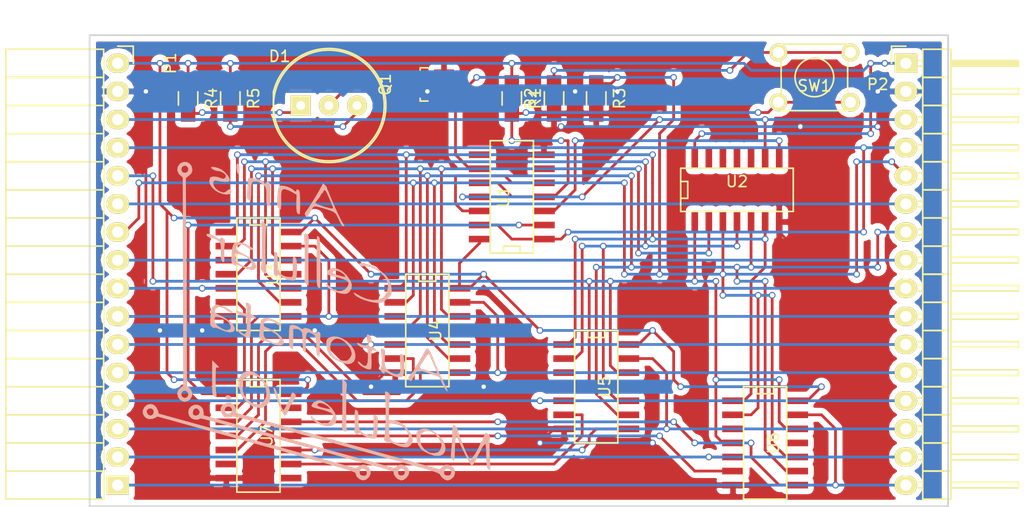
<source format=kicad_pcb>
(kicad_pcb (version 4) (host pcbnew 4.0.1-stable)
  (layers (0 F.Cu signal) (31 B.Cu signal) (34 B.Paste user) (35 F.Paste user) (36 B.SilkS user) (37 F.SilkS user) (38 B.Mask user) (39 F.Mask user) (44 Edge.Cuts user))
  (net 0 "")
  (net 1 "Net-(D1-Pad2)")
  (net 2 "Net-(D1-Pad1)")
  (net 3 +5V)
  (net 4 GND)
  (net 5 /clock)
  (net 6 /reset)
  (net 7 /in_from_left)
  (net 8 /loop_right_to_left)
  (net 9 /loop_left_to_right)
  (net 10 /program0)
  (net 11 /program1)
  (net 12 /program2)
  (net 13 /program3)
  (net 14 /program4)
  (net 15 /program5)
  (net 16 /program6)
  (net 17 /program7)
  (net 18 /in_from_right)
  (net 19 /output)
  (net 20 /set)
  (net 21 "Net-(R2-Pad2)")
  (net 22 /temp_output)
  (net 23 /not_clock)
  (net 24 "Net-(U1-Pad12)")
  (net 25 "Net-(U1-Pad6)")
  (net 26 "Net-(U1-Pad8)")
  (net 27 /not_left)
  (net 28 /not_self)
  (net 29 /not_right)
  (net 30 /and0)
  (net 31 /and1)
  (net 32 /and2)
  (net 33 /and3)
  (net 34 /and4)
  (net 35 /and5)
  (net 36 /and6)
  (net 37 /and7)
  (net 38 "Net-(U7-Pad13)")
  (net 39 "Net-(D1-Pad3)")
  (module by_me:Socket_Strip_Angled_1x16_Rev_Pins (layer F.Cu) (at 72.39 104.14 270)
    (fp_text reference P1 (at 0 -4.75 270) (layer F.SilkS))
    (fp_text value "lhs connectors")
    (pad 16 thru_hole oval (at 0 0 270) (size 1.7272 2.032) (drill 1.016) (layers *.Cu *.Mask F.SilkS) (net 3 +5V))
    (pad 15 thru_hole oval (at 2.54 0 270) (size 1.7272 2.032) (drill 1.016) (layers *.Cu *.Mask F.SilkS) (net 4 GND))
    (pad 14 thru_hole oval (at 5.08 0 270) (size 1.7272 2.032) (drill 1.016) (layers *.Cu *.Mask F.SilkS) (net 5 /clock))
    (pad 13 thru_hole oval (at 7.62 0 270) (size 1.7272 2.032) (drill 1.016) (layers *.Cu *.Mask F.SilkS) (net 6 /reset))
    (pad 12 thru_hole oval (at 10.16 0 270) (size 1.7272 2.032) (drill 1.016) (layers *.Cu *.Mask F.SilkS) (net 7 /in_from_left))
    (pad 11 thru_hole oval (at 12.7 0 270) (size 1.7272 2.032) (drill 1.016) (layers *.Cu *.Mask F.SilkS) (net 8 /loop_right_to_left))
    (pad 10 thru_hole oval (at 15.24 0 270) (size 1.7272 2.032) (drill 1.016) (layers *.Cu *.Mask F.SilkS) (net 19 /output))
    (pad 9 thru_hole oval (at 17.78 0 270) (size 1.7272 2.032) (drill 1.016) (layers *.Cu *.Mask F.SilkS) (net 9 /loop_left_to_right))
    (pad 8 thru_hole oval (at 20.32 0 270) (size 1.7272 2.032) (drill 1.016) (layers *.Cu *.Mask F.SilkS) (net 10 /program0))
    (pad 7 thru_hole oval (at 22.86 0 270) (size 1.7272 2.032) (drill 1.016) (layers *.Cu *.Mask F.SilkS) (net 11 /program1))
    (pad 6 thru_hole oval (at 25.4 0 270) (size 1.7272 2.032) (drill 1.016) (layers *.Cu *.Mask F.SilkS) (net 12 /program2))
    (pad 5 thru_hole oval (at 27.94 0 270) (size 1.7272 2.032) (drill 1.016) (layers *.Cu *.Mask F.SilkS) (net 13 /program3))
    (pad 4 thru_hole oval (at 30.48 0 270) (size 1.7272 2.032) (drill 1.016) (layers *.Cu *.Mask F.SilkS) (net 14 /program4))
    (pad 3 thru_hole oval (at 33.02 0 270) (size 1.7272 2.032) (drill 1.016) (layers *.Cu *.Mask F.SilkS) (net 15 /program5))
    (pad 2 thru_hole oval (at 35.56 0 270) (size 1.7272 2.032) (drill 1.016) (layers *.Cu *.Mask F.SilkS) (net 16 /program6))
    (pad 1 thru_hole rect (at 38.1 0 270) (size 1.7272 2.032) (drill 1.016) (layers *.Cu *.Mask F.SilkS) (net 17 /program7))
  )
  (module Pin_Headers:Pin_Header_Angled_1x16 (layer F.Cu) (at 143.51 104.14)
    (fp_text reference P2 (at -2.54 1.905) (layer F.SilkS))
    (fp_text value "rhs connectors")
    (pad 1 thru_hole rect (at 0 0) (size 2.032 1.7272) (drill 1.016) (layers *.Cu *.Mask F.SilkS) (net 3 +5V))
    (pad 2 thru_hole oval (at 0 2.54) (size 2.032 1.7272) (drill 1.016) (layers *.Cu *.Mask F.SilkS) (net 4 GND))
    (pad 3 thru_hole oval (at 0 5.08) (size 2.032 1.7272) (drill 1.016) (layers *.Cu *.Mask F.SilkS) (net 5 /clock))
    (pad 4 thru_hole oval (at 0 7.62) (size 2.032 1.7272) (drill 1.016) (layers *.Cu *.Mask F.SilkS) (net 6 /reset))
    (pad 5 thru_hole oval (at 0 10.16) (size 2.032 1.7272) (drill 1.016) (layers *.Cu *.Mask F.SilkS) (net 19 /output))
    (pad 6 thru_hole oval (at 0 12.7) (size 2.032 1.7272) (drill 1.016) (layers *.Cu *.Mask F.SilkS) (net 8 /loop_right_to_left))
    (pad 7 thru_hole oval (at 0 15.24) (size 2.032 1.7272) (drill 1.016) (layers *.Cu *.Mask F.SilkS) (net 18 /in_from_right))
    (pad 8 thru_hole oval (at 0 17.78) (size 2.032 1.7272) (drill 1.016) (layers *.Cu *.Mask F.SilkS) (net 9 /loop_left_to_right))
    (pad 9 thru_hole oval (at 0 20.32) (size 2.032 1.7272) (drill 1.016) (layers *.Cu *.Mask F.SilkS) (net 10 /program0))
    (pad 10 thru_hole oval (at 0 22.86) (size 2.032 1.7272) (drill 1.016) (layers *.Cu *.Mask F.SilkS) (net 11 /program1))
    (pad 11 thru_hole oval (at 0 25.4) (size 2.032 1.7272) (drill 1.016) (layers *.Cu *.Mask F.SilkS) (net 12 /program2))
    (pad 12 thru_hole oval (at 0 27.94) (size 2.032 1.7272) (drill 1.016) (layers *.Cu *.Mask F.SilkS) (net 13 /program3))
    (pad 13 thru_hole oval (at 0 30.48) (size 2.032 1.7272) (drill 1.016) (layers *.Cu *.Mask F.SilkS) (net 14 /program4))
    (pad 14 thru_hole oval (at 0 33.02) (size 2.032 1.7272) (drill 1.016) (layers *.Cu *.Mask F.SilkS) (net 15 /program5))
    (pad 15 thru_hole oval (at 0 35.56) (size 2.032 1.7272) (drill 1.016) (layers *.Cu *.Mask F.SilkS) (net 16 /program6))
    (pad 16 thru_hole oval (at 0 38.1) (size 2.032 1.7272) (drill 1.016) (layers *.Cu *.Mask F.SilkS) (net 17 /program7))
  )
  (module TO_SOT_Packages_SMD:SOT-23_Handsoldering (layer F.Cu) (at 100.33 106.045 90)
    (fp_text reference Q1 (at 0 -3.81 90) (layer F.SilkS))
    (fp_text value Q_NMOS_GSD)
    (pad 1 smd rect (at -0.95 1.50114 90) (size 0.8001 1.80086) (layers F.Cu F.Paste F.Mask) (net 19 /output))
    (pad 2 smd rect (at 0.95 1.50114 90) (size 0.8001 1.80086) (layers F.Cu F.Paste F.Mask) (net 4 GND))
    (pad 3 smd rect (at 0 -1.50114 90) (size 0.8001 1.80086) (layers F.Cu F.Paste F.Mask) (net 1 "Net-(D1-Pad2)"))
  )
  (module Resistors_SMD:R_0805_HandSoldering (layer F.Cu) (at 107.95 107.315 270)
    (fp_text reference R1 (at 0 -2.1 270) (layer F.SilkS))
    (fp_text value R)
    (pad 1 smd rect (at -1.35 0 270) (size 1.5 1.3) (layers F.Cu F.Paste F.Mask) (net 3 +5V))
    (pad 2 smd rect (at 1.35 0 270) (size 1.5 1.3) (layers F.Cu F.Paste F.Mask) (net 20 /set))
  )
  (module Resistors_SMD:R_0805_HandSoldering (layer F.Cu) (at 111.76 107.315 90)
    (fp_text reference R2 (at 0 -2.1 90) (layer F.SilkS))
    (fp_text value R)
    (pad 1 smd rect (at -1.35 0 90) (size 1.5 1.3) (layers F.Cu F.Paste F.Mask) (net 4 GND))
    (pad 2 smd rect (at 1.35 0 90) (size 1.5 1.3) (layers F.Cu F.Paste F.Mask) (net 21 "Net-(R2-Pad2)"))
  )
  (module Resistors_SMD:R_0805_HandSoldering (layer F.Cu) (at 115.57 107.315 270)
    (fp_text reference R3 (at 0 -2.1 270) (layer F.SilkS))
    (fp_text value R)
    (pad 1 smd rect (at -1.35 0 270) (size 1.5 1.3) (layers F.Cu F.Paste F.Mask) (net 19 /output))
    (pad 2 smd rect (at 1.35 0 270) (size 1.5 1.3) (layers F.Cu F.Paste F.Mask) (net 4 GND))
  )
  (module Resistors_SMD:R_0805_HandSoldering (layer F.Cu) (at 78.74 107.315 270)
    (fp_text reference R4 (at 0 -2.1 270) (layer F.SilkS))
    (fp_text value R)
    (pad 1 smd rect (at -1.35 0 270) (size 1.5 1.3) (layers F.Cu F.Paste F.Mask) (net 3 +5V))
    (pad 2 smd rect (at 1.35 0 270) (size 1.5 1.3) (layers F.Cu F.Paste F.Mask) (net 2 "Net-(D1-Pad1)"))
  )
  (module by_me:SOIC-14_Hand_Soldering (layer F.Cu) (at 107.95 116.205 90)
    (fp_text reference U1 (at 0 -0.75 90) (layer F.SilkS))
    (fp_text value 74HC74)
    (pad 1 smd rect (at -3.81 2.9 90) (size 0.6 1.95) (layers F.Cu F.Paste F.Mask) (net 6 /reset))
    (pad 2 smd rect (at -2.54 2.9 90) (size 0.6 1.95) (layers F.Cu F.Paste F.Mask) (net 22 /temp_output))
    (pad 3 smd rect (at -1.27 2.9 90) (size 0.6 1.95) (layers F.Cu F.Paste F.Mask) (net 23 /not_clock))
    (pad 4 smd rect (at 0 2.9 90) (size 0.6 1.95) (layers F.Cu F.Paste F.Mask) (net 20 /set))
    (pad 5 smd rect (at 1.27 2.9 90) (size 0.6 1.95) (layers F.Cu F.Paste F.Mask) (net 24 "Net-(U1-Pad12)"))
    (pad 6 smd rect (at 2.54 2.9 90) (size 0.6 1.95) (layers F.Cu F.Paste F.Mask) (net 25 "Net-(U1-Pad6)"))
    (pad 7 smd rect (at 3.81 2.9 90) (size 0.6 1.95) (layers F.Cu F.Paste F.Mask) (net 4 GND))
    (pad 8 smd rect (at 3.81 -2.9 90) (size 0.6 1.95) (layers F.Cu F.Paste F.Mask) (net 26 "Net-(U1-Pad8)"))
    (pad 9 smd rect (at 2.54 -2.9 90) (size 0.6 1.95) (layers F.Cu F.Paste F.Mask) (net 19 /output))
    (pad 11 smd rect (at 0 -2.9 90) (size 0.6 1.95) (layers F.Cu F.Paste F.Mask) (net 5 /clock))
    (pad 12 smd rect (at -1.27 -2.9 90) (size 0.6 1.95) (layers F.Cu F.Paste F.Mask) (net 24 "Net-(U1-Pad12)"))
    (pad 13 smd rect (at -2.54 -2.9 90) (size 0.6 1.95) (layers F.Cu F.Paste F.Mask) (net 6 /reset))
    (pad 14 smd rect (at -3.81 -2.9 90) (size 0.6 1.95) (layers F.Cu F.Paste F.Mask) (net 3 +5V))
    (pad 10 smd rect (at 1.27 -2.9 90) (size 0.6 1.95) (layers F.Cu F.Paste F.Mask) (net 20 /set))
  )
  (module by_me:SOIC-14_Hand_Soldering (layer F.Cu) (at 128.27 115.57)
    (fp_text reference U2 (at 0 -0.75) (layer F.SilkS))
    (fp_text value 4069)
    (pad 1 smd rect (at -3.81 2.9) (size 0.6 1.95) (layers F.Cu F.Paste F.Mask) (net 7 /in_from_left))
    (pad 2 smd rect (at -2.54 2.9) (size 0.6 1.95) (layers F.Cu F.Paste F.Mask) (net 27 /not_left))
    (pad 3 smd rect (at -1.27 2.9) (size 0.6 1.95) (layers F.Cu F.Paste F.Mask) (net 19 /output))
    (pad 4 smd rect (at 0 2.9) (size 0.6 1.95) (layers F.Cu F.Paste F.Mask) (net 28 /not_self))
    (pad 5 smd rect (at 1.27 2.9) (size 0.6 1.95) (layers F.Cu F.Paste F.Mask) (net 18 /in_from_right))
    (pad 6 smd rect (at 2.54 2.9) (size 0.6 1.95) (layers F.Cu F.Paste F.Mask) (net 29 /not_right))
    (pad 7 smd rect (at 3.81 2.9) (size 0.6 1.95) (layers F.Cu F.Paste F.Mask) (net 4 GND))
    (pad 8 smd rect (at 3.81 -2.9) (size 0.6 1.95) (layers F.Cu F.Paste F.Mask) (net 23 /not_clock))
    (pad 9 smd rect (at 2.54 -2.9) (size 0.6 1.95) (layers F.Cu F.Paste F.Mask) (net 5 /clock))
    (pad 11 smd rect (at 0 -2.9) (size 0.6 1.95) (layers F.Cu F.Paste F.Mask))
    (pad 12 smd rect (at -1.27 -2.9) (size 0.6 1.95) (layers F.Cu F.Paste F.Mask))
    (pad 13 smd rect (at -2.54 -2.9) (size 0.6 1.95) (layers F.Cu F.Paste F.Mask))
    (pad 14 smd rect (at -3.81 -2.9) (size 0.6 1.95) (layers F.Cu F.Paste F.Mask) (net 3 +5V))
    (pad 10 smd rect (at 1.27 -2.9) (size 0.6 1.95) (layers F.Cu F.Paste F.Mask))
  )
  (module by_me:SOIC-14_Hand_Soldering (layer F.Cu) (at 85.09 123.19 270)
    (fp_text reference U3 (at 0 -1.27 270) (layer F.SilkS))
    (fp_text value 74LS21)
    (pad 1 smd rect (at -3.81 2.9 270) (size 0.6 1.95) (layers F.Cu F.Paste F.Mask) (net 29 /not_right))
    (pad 2 smd rect (at -2.54 2.9 270) (size 0.6 1.95) (layers F.Cu F.Paste F.Mask) (net 28 /not_self))
    (pad 3 smd rect (at -1.27 2.9 270) (size 0.6 1.95) (layers F.Cu F.Paste F.Mask))
    (pad 4 smd rect (at 0 2.9 270) (size 0.6 1.95) (layers F.Cu F.Paste F.Mask) (net 27 /not_left))
    (pad 5 smd rect (at 1.27 2.9 270) (size 0.6 1.95) (layers F.Cu F.Paste F.Mask) (net 10 /program0))
    (pad 6 smd rect (at 2.54 2.9 270) (size 0.6 1.95) (layers F.Cu F.Paste F.Mask) (net 30 /and0))
    (pad 7 smd rect (at 3.81 2.9 270) (size 0.6 1.95) (layers F.Cu F.Paste F.Mask) (net 4 GND))
    (pad 8 smd rect (at 3.81 -2.9 270) (size 0.6 1.95) (layers F.Cu F.Paste F.Mask) (net 31 /and1))
    (pad 9 smd rect (at 2.54 -2.9 270) (size 0.6 1.95) (layers F.Cu F.Paste F.Mask) (net 18 /in_from_right))
    (pad 11 smd rect (at 0 -2.9 270) (size 0.6 1.95) (layers F.Cu F.Paste F.Mask))
    (pad 12 smd rect (at -1.27 -2.9 270) (size 0.6 1.95) (layers F.Cu F.Paste F.Mask) (net 27 /not_left))
    (pad 13 smd rect (at -2.54 -2.9 270) (size 0.6 1.95) (layers F.Cu F.Paste F.Mask) (net 11 /program1))
    (pad 14 smd rect (at -3.81 -2.9 270) (size 0.6 1.95) (layers F.Cu F.Paste F.Mask) (net 3 +5V))
    (pad 10 smd rect (at 1.27 -2.9 270) (size 0.6 1.95) (layers F.Cu F.Paste F.Mask) (net 28 /not_self))
  )
  (module by_me:SOIC-14_Hand_Soldering (layer F.Cu) (at 100.33 128.27 270)
    (fp_text reference U4 (at 0 -0.75 270) (layer F.SilkS))
    (fp_text value 74LS21)
    (pad 1 smd rect (at -3.81 2.9 270) (size 0.6 1.95) (layers F.Cu F.Paste F.Mask) (net 29 /not_right))
    (pad 2 smd rect (at -2.54 2.9 270) (size 0.6 1.95) (layers F.Cu F.Paste F.Mask) (net 19 /output))
    (pad 3 smd rect (at -1.27 2.9 270) (size 0.6 1.95) (layers F.Cu F.Paste F.Mask))
    (pad 4 smd rect (at 0 2.9 270) (size 0.6 1.95) (layers F.Cu F.Paste F.Mask) (net 27 /not_left))
    (pad 5 smd rect (at 1.27 2.9 270) (size 0.6 1.95) (layers F.Cu F.Paste F.Mask) (net 12 /program2))
    (pad 6 smd rect (at 2.54 2.9 270) (size 0.6 1.95) (layers F.Cu F.Paste F.Mask) (net 32 /and2))
    (pad 7 smd rect (at 3.81 2.9 270) (size 0.6 1.95) (layers F.Cu F.Paste F.Mask) (net 4 GND))
    (pad 8 smd rect (at 3.81 -2.9 270) (size 0.6 1.95) (layers F.Cu F.Paste F.Mask) (net 33 /and3))
    (pad 9 smd rect (at 2.54 -2.9 270) (size 0.6 1.95) (layers F.Cu F.Paste F.Mask) (net 18 /in_from_right))
    (pad 11 smd rect (at 0 -2.9 270) (size 0.6 1.95) (layers F.Cu F.Paste F.Mask))
    (pad 12 smd rect (at -1.27 -2.9 270) (size 0.6 1.95) (layers F.Cu F.Paste F.Mask) (net 27 /not_left))
    (pad 13 smd rect (at -2.54 -2.9 270) (size 0.6 1.95) (layers F.Cu F.Paste F.Mask) (net 13 /program3))
    (pad 14 smd rect (at -3.81 -2.9 270) (size 0.6 1.95) (layers F.Cu F.Paste F.Mask) (net 3 +5V))
    (pad 10 smd rect (at 1.27 -2.9 270) (size 0.6 1.95) (layers F.Cu F.Paste F.Mask) (net 19 /output))
  )
  (module by_me:SOIC-14_Hand_Soldering (layer F.Cu) (at 115.57 133.35 270)
    (fp_text reference U5 (at 0 -0.75 270) (layer F.SilkS))
    (fp_text value 74LS21)
    (pad 1 smd rect (at -3.81 2.9 270) (size 0.6 1.95) (layers F.Cu F.Paste F.Mask) (net 29 /not_right))
    (pad 2 smd rect (at -2.54 2.9 270) (size 0.6 1.95) (layers F.Cu F.Paste F.Mask) (net 28 /not_self))
    (pad 3 smd rect (at -1.27 2.9 270) (size 0.6 1.95) (layers F.Cu F.Paste F.Mask))
    (pad 4 smd rect (at 0 2.9 270) (size 0.6 1.95) (layers F.Cu F.Paste F.Mask) (net 7 /in_from_left))
    (pad 5 smd rect (at 1.27 2.9 270) (size 0.6 1.95) (layers F.Cu F.Paste F.Mask) (net 14 /program4))
    (pad 6 smd rect (at 2.54 2.9 270) (size 0.6 1.95) (layers F.Cu F.Paste F.Mask) (net 34 /and4))
    (pad 7 smd rect (at 3.81 2.9 270) (size 0.6 1.95) (layers F.Cu F.Paste F.Mask) (net 4 GND))
    (pad 8 smd rect (at 3.81 -2.9 270) (size 0.6 1.95) (layers F.Cu F.Paste F.Mask) (net 35 /and5))
    (pad 9 smd rect (at 2.54 -2.9 270) (size 0.6 1.95) (layers F.Cu F.Paste F.Mask) (net 18 /in_from_right))
    (pad 11 smd rect (at 0 -2.9 270) (size 0.6 1.95) (layers F.Cu F.Paste F.Mask))
    (pad 12 smd rect (at -1.27 -2.9 270) (size 0.6 1.95) (layers F.Cu F.Paste F.Mask) (net 7 /in_from_left))
    (pad 13 smd rect (at -2.54 -2.9 270) (size 0.6 1.95) (layers F.Cu F.Paste F.Mask) (net 15 /program5))
    (pad 14 smd rect (at -3.81 -2.9 270) (size 0.6 1.95) (layers F.Cu F.Paste F.Mask) (net 3 +5V))
    (pad 10 smd rect (at 1.27 -2.9 270) (size 0.6 1.95) (layers F.Cu F.Paste F.Mask) (net 28 /not_self))
  )
  (module by_me:SOIC-14_Hand_Soldering (layer F.Cu) (at 130.81 138.43 270)
    (fp_text reference U6 (at 0 -0.75 270) (layer F.SilkS))
    (fp_text value 74LS21)
    (pad 1 smd rect (at -3.81 2.9 270) (size 0.6 1.95) (layers F.Cu F.Paste F.Mask) (net 29 /not_right))
    (pad 2 smd rect (at -2.54 2.9 270) (size 0.6 1.95) (layers F.Cu F.Paste F.Mask) (net 19 /output))
    (pad 3 smd rect (at -1.27 2.9 270) (size 0.6 1.95) (layers F.Cu F.Paste F.Mask))
    (pad 4 smd rect (at 0 2.9 270) (size 0.6 1.95) (layers F.Cu F.Paste F.Mask) (net 7 /in_from_left))
    (pad 5 smd rect (at 1.27 2.9 270) (size 0.6 1.95) (layers F.Cu F.Paste F.Mask) (net 16 /program6))
    (pad 6 smd rect (at 2.54 2.9 270) (size 0.6 1.95) (layers F.Cu F.Paste F.Mask) (net 36 /and6))
    (pad 7 smd rect (at 3.81 2.9 270) (size 0.6 1.95) (layers F.Cu F.Paste F.Mask) (net 4 GND))
    (pad 8 smd rect (at 3.81 -2.9 270) (size 0.6 1.95) (layers F.Cu F.Paste F.Mask) (net 37 /and7))
    (pad 9 smd rect (at 2.54 -2.9 270) (size 0.6 1.95) (layers F.Cu F.Paste F.Mask) (net 18 /in_from_right))
    (pad 11 smd rect (at 0 -2.9 270) (size 0.6 1.95) (layers F.Cu F.Paste F.Mask))
    (pad 12 smd rect (at -1.27 -2.9 270) (size 0.6 1.95) (layers F.Cu F.Paste F.Mask) (net 7 /in_from_left))
    (pad 13 smd rect (at -2.54 -2.9 270) (size 0.6 1.95) (layers F.Cu F.Paste F.Mask) (net 17 /program7))
    (pad 14 smd rect (at -3.81 -2.9 270) (size 0.6 1.95) (layers F.Cu F.Paste F.Mask) (net 3 +5V))
    (pad 10 smd rect (at 1.27 -2.9 270) (size 0.6 1.95) (layers F.Cu F.Paste F.Mask) (net 19 /output))
  )
  (module by_me:SOIC-14_Hand_Soldering (layer F.Cu) (at 85.09 137.795 270)
    (fp_text reference U7 (at 0 -0.75 270) (layer F.SilkS))
    (fp_text value 4078)
    (pad 1 smd rect (at -3.81 2.9 270) (size 0.6 1.95) (layers F.Cu F.Paste F.Mask) (net 22 /temp_output))
    (pad 2 smd rect (at -2.54 2.9 270) (size 0.6 1.95) (layers F.Cu F.Paste F.Mask) (net 30 /and0))
    (pad 3 smd rect (at -1.27 2.9 270) (size 0.6 1.95) (layers F.Cu F.Paste F.Mask) (net 31 /and1))
    (pad 4 smd rect (at 0 2.9 270) (size 0.6 1.95) (layers F.Cu F.Paste F.Mask) (net 32 /and2))
    (pad 5 smd rect (at 1.27 2.9 270) (size 0.6 1.95) (layers F.Cu F.Paste F.Mask) (net 33 /and3))
    (pad 6 smd rect (at 2.54 2.9 270) (size 0.6 1.95) (layers F.Cu F.Paste F.Mask))
    (pad 7 smd rect (at 3.81 2.9 270) (size 0.6 1.95) (layers F.Cu F.Paste F.Mask) (net 4 GND))
    (pad 8 smd rect (at 3.81 -2.9 270) (size 0.6 1.95) (layers F.Cu F.Paste F.Mask))
    (pad 9 smd rect (at 2.54 -2.9 270) (size 0.6 1.95) (layers F.Cu F.Paste F.Mask) (net 34 /and4))
    (pad 11 smd rect (at 0 -2.9 270) (size 0.6 1.95) (layers F.Cu F.Paste F.Mask) (net 36 /and6))
    (pad 12 smd rect (at -1.27 -2.9 270) (size 0.6 1.95) (layers F.Cu F.Paste F.Mask) (net 37 /and7))
    (pad 13 smd rect (at -2.54 -2.9 270) (size 0.6 1.95) (layers F.Cu F.Paste F.Mask) (net 38 "Net-(U7-Pad13)"))
    (pad 14 smd rect (at -3.81 -2.9 270) (size 0.6 1.95) (layers F.Cu F.Paste F.Mask) (net 3 +5V))
    (pad 10 smd rect (at 1.27 -2.9 270) (size 0.6 1.95) (layers F.Cu F.Paste F.Mask) (net 35 /and5))
  )
  (module Resistors_SMD:R_0805_HandSoldering (layer F.Cu) (at 82.55 107.315 270)
    (fp_text reference R5 (at 0 -2.1 270) (layer F.SilkS))
    (fp_text value R)
    (pad 1 smd rect (at -1.35 0 270) (size 1.5 1.3) (layers F.Cu F.Paste F.Mask) (net 3 +5V))
    (pad 2 smd rect (at 1.35 0 270) (size 1.5 1.3) (layers F.Cu F.Paste F.Mask) (net 39 "Net-(D1-Pad3)"))
  )
  (module by_me:6x6_tactile_switch (layer F.Cu) (at 135.255 105.41 180)
    (fp_text reference SW1 (at 0 -0.762 180) (layer F.SilkS))
    (fp_text value SPST)
    (pad 1 thru_hole circle (at 3.25 -2.25 180) (size 1.6 1.6) (drill 1) (layers *.Cu *.Mask F.SilkS) (net 20 /set))
    (pad 2 thru_hole circle (at 3.25 2.25 180) (size 1.6 1.6) (drill 1) (layers *.Cu *.Mask F.SilkS) (net 21 "Net-(R2-Pad2)"))
    (pad 1 thru_hole circle (at -3.25 -2.25 180) (size 1.7 1.7) (drill 1) (layers *.Cu *.Mask F.SilkS) (net 20 /set))
    (pad 2 thru_hole circle (at -3.25 2.25 180) (size 1.6 1.6) (drill 1) (layers *.Cu *.Mask F.SilkS) (net 21 "Net-(R2-Pad2)"))
  )
  (module by_me:LED-10MM-2 (layer F.Cu) (at 90.17 107.95)
    (fp_text reference D1 (at -3.175 -4.445) (layer F.SilkS))
    (fp_text value Led_x2)
    (pad 3 thru_hole circle (at 3.81 0 180) (size 1.8 1.8) (drill 0.8) (layers *.Cu *.Mask F.SilkS) (net 39 "Net-(D1-Pad3)"))
    (pad 2 thru_hole circle (at 1.27 0 180) (size 1.8 1.8) (drill 0.8) (layers *.Cu *.Mask F.SilkS) (net 1 "Net-(D1-Pad2)"))
    (pad 1 thru_hole rect (at -1.27 0 180) (size 1.8 1.8) (drill 0.8) (layers *.Cu *.Mask F.SilkS) (net 2 "Net-(D1-Pad1)"))
  )
  (module graphics:graphic (layer B.Cu) (at 93.345 127 180)
    (fp_text reference G*** hide)
    (fp_text value LOGO hide)
  )
  (gr_line (start 147.32 144.145) (end 147.32 101.6) (angle 90) (layer Edge.Cuts) (width 0.15))
  (gr_line (start 69.85 144.145) (end 147.32 144.145) (angle 90) (layer Edge.Cuts) (width 0.15))
  (gr_line (start 69.85 101.6) (end 69.85 144.145) (angle 90) (layer Edge.Cuts) (width 0.15))
  (gr_line (start 147.32 101.6) (end 69.85 101.6) (angle 90) (layer Edge.Cuts) (width 0.15))
  (segment (start 98.82886 106.045) (end 93.345 106.045) (width 0.25) (layer F.Cu) (net 1))
  (segment (start 93.345 106.045) (end 91.44 107.95) (width 0.25) (layer F.Cu) (net 1))
  (segment (start 91.44 107.95) (end 91.44 108.585) (width 0.25) (layer F.Cu) (net 1))
  (segment (start 78.74 108.665) (end 79.93 108.665) (width 0.25) (layer F.Cu) (net 2))
  (segment (start 86.995 108.585) (end 88.9 108.585) (width 0.25) (layer F.Cu) (net 2))
  (via (at 86.995 108.585) (size 0.6) (drill 0.4) (layers F.Cu B.Cu) (net 2))
  (segment (start 80.01 108.585) (end 86.995 108.585) (width 0.25) (layer B.Cu) (net 2))
  (via (at 80.01 108.585) (size 0.6) (drill 0.4) (layers F.Cu B.Cu) (net 2))
  (segment (start 79.93 108.665) (end 80.01 108.585) (width 0.25) (layer F.Cu) (net 2))
  (segment (start 87.99 133.985) (end 88.9 133.985) (width 0.25) (layer F.Cu) (net 3))
  (segment (start 88.9 133.985) (end 89.535 133.35) (width 0.25) (layer F.Cu) (net 3))
  (segment (start 76.835 132.08) (end 76.835 117.475) (width 0.25) (layer F.Cu) (net 3))
  (segment (start 77.47 132.715) (end 76.835 132.08) (width 0.25) (layer F.Cu) (net 3))
  (via (at 77.47 132.715) (size 0.6) (drill 0.4) (layers F.Cu B.Cu) (net 3))
  (segment (start 89.535 132.715) (end 77.47 132.715) (width 0.25) (layer B.Cu) (net 3))
  (via (at 89.535 132.715) (size 0.6) (drill 0.4) (layers F.Cu B.Cu) (net 3))
  (segment (start 89.535 133.35) (end 89.535 132.715) (width 0.25) (layer F.Cu) (net 3))
  (segment (start 124.46 112.67) (end 124.46 111.125) (width 0.25) (layer F.Cu) (net 3))
  (via (at 140.335 104.14) (size 0.6) (drill 0.4) (layers F.Cu B.Cu) (net 3))
  (segment (start 140.335 110.49) (end 140.335 104.14) (width 0.25) (layer F.Cu) (net 3))
  (via (at 140.335 110.49) (size 0.6) (drill 0.4) (layers F.Cu B.Cu) (net 3))
  (segment (start 125.095 110.49) (end 140.335 110.49) (width 0.25) (layer B.Cu) (net 3))
  (via (at 125.095 110.49) (size 0.6) (drill 0.4) (layers F.Cu B.Cu) (net 3))
  (segment (start 124.46 111.125) (end 125.095 110.49) (width 0.25) (layer F.Cu) (net 3))
  (segment (start 128.905 104.14) (end 129.54 104.775) (width 0.25) (layer B.Cu) (net 3))
  (segment (start 139.7 104.775) (end 140.335 104.14) (width 0.25) (layer B.Cu) (net 3))
  (segment (start 129.54 104.775) (end 139.7 104.775) (width 0.25) (layer B.Cu) (net 3))
  (segment (start 107.95 105.965) (end 107.95 104.14) (width 0.25) (layer F.Cu) (net 3))
  (via (at 107.95 104.14) (size 0.6) (drill 0.4) (layers F.Cu B.Cu) (net 3))
  (segment (start 82.55 105.965) (end 82.55 104.14) (width 0.25) (layer F.Cu) (net 3))
  (via (at 82.55 104.14) (size 0.6) (drill 0.4) (layers F.Cu B.Cu) (net 3))
  (segment (start 78.74 105.965) (end 78.74 104.14) (width 0.25) (layer F.Cu) (net 3))
  (via (at 78.74 104.14) (size 0.6) (drill 0.4) (layers F.Cu B.Cu) (net 3))
  (segment (start 105.05 120.015) (end 105.05 120.375) (width 0.25) (layer F.Cu) (net 3))
  (segment (start 103.23 122.195) (end 103.23 124.46) (width 0.25) (layer F.Cu) (net 3))
  (segment (start 105.05 120.375) (end 103.23 122.195) (width 0.25) (layer F.Cu) (net 3))
  (via (at 141.605 104.14) (size 0.6) (drill 0.4) (layers F.Cu B.Cu) (net 3))
  (segment (start 125.73 133.35) (end 123.19 133.35) (width 0.25) (layer B.Cu) (net 3))
  (segment (start 125.73 133.35) (end 135.89 133.35) (width 0.25) (layer B.Cu) (net 3))
  (via (at 135.89 133.35) (size 0.6) (drill 0.4) (layers F.Cu B.Cu) (net 3))
  (segment (start 134.62 134.62) (end 135.89 133.35) (width 0.25) (layer F.Cu) (net 3))
  (segment (start 122.555 130.175) (end 120.65 128.27) (width 0.25) (layer F.Cu) (net 3))
  (segment (start 122.555 132.715) (end 122.555 130.175) (width 0.25) (layer F.Cu) (net 3))
  (segment (start 123.19 133.35) (end 122.555 132.715) (width 0.25) (layer F.Cu) (net 3))
  (via (at 123.19 133.35) (size 0.6) (drill 0.4) (layers F.Cu B.Cu) (net 3))
  (via (at 110.49 128.27) (size 0.6) (drill 0.4) (layers F.Cu B.Cu) (net 3))
  (segment (start 110.49 128.27) (end 120.65 128.27) (width 0.25) (layer B.Cu) (net 3))
  (via (at 120.65 128.27) (size 0.6) (drill 0.4) (layers F.Cu B.Cu) (net 3))
  (segment (start 105.41 123.19) (end 110.49 128.27) (width 0.25) (layer F.Cu) (net 3))
  (segment (start 90.17 118.11) (end 95.25 123.19) (width 0.25) (layer F.Cu) (net 3))
  (via (at 105.41 123.19) (size 0.6) (drill 0.4) (layers F.Cu B.Cu) (net 3))
  (segment (start 95.25 123.19) (end 105.41 123.19) (width 0.25) (layer B.Cu) (net 3))
  (via (at 95.25 123.19) (size 0.6) (drill 0.4) (layers F.Cu B.Cu) (net 3))
  (via (at 90.17 118.11) (size 0.6) (drill 0.4) (layers F.Cu B.Cu) (net 3))
  (segment (start 133.71 134.62) (end 134.62 134.62) (width 0.25) (layer F.Cu) (net 3))
  (segment (start 118.47 129.54) (end 119.38 129.54) (width 0.25) (layer F.Cu) (net 3))
  (segment (start 119.38 129.54) (end 120.65 128.27) (width 0.25) (layer F.Cu) (net 3))
  (segment (start 103.23 124.46) (end 104.14 124.46) (width 0.25) (layer F.Cu) (net 3))
  (segment (start 104.14 124.46) (end 105.41 123.19) (width 0.25) (layer F.Cu) (net 3))
  (segment (start 87.99 119.38) (end 88.9 119.38) (width 0.25) (layer F.Cu) (net 3))
  (segment (start 88.9 119.38) (end 90.17 118.11) (width 0.25) (layer F.Cu) (net 3))
  (segment (start 143.51 104.14) (end 141.605 104.14) (width 0.25) (layer B.Cu) (net 3))
  (segment (start 141.605 104.14) (end 140.335 104.14) (width 0.25) (layer B.Cu) (net 3))
  (segment (start 128.905 104.14) (end 107.95 104.14) (width 0.25) (layer B.Cu) (net 3))
  (segment (start 107.95 104.14) (end 82.55 104.14) (width 0.25) (layer B.Cu) (net 3))
  (segment (start 82.55 104.14) (end 78.74 104.14) (width 0.25) (layer B.Cu) (net 3))
  (segment (start 78.74 104.14) (end 76.2 104.14) (width 0.25) (layer B.Cu) (net 3))
  (segment (start 74.93 104.14) (end 72.39 104.14) (width 0.25) (layer B.Cu) (net 3))
  (segment (start 88.265 133.985) (end 87.99 133.985) (width 0.25) (layer F.Cu) (net 3))
  (via (at 77.47 118.11) (size 0.6) (drill 0.4) (layers F.Cu B.Cu) (net 3))
  (segment (start 76.2 104.14) (end 76.2 116.84) (width 0.25) (layer F.Cu) (net 3))
  (via (at 76.2 104.14) (size 0.6) (drill 0.4) (layers F.Cu B.Cu) (net 3))
  (segment (start 77.47 118.11) (end 76.835 117.475) (width 0.25) (layer F.Cu) (net 3))
  (segment (start 76.835 117.475) (end 76.2 116.84) (width 0.25) (layer F.Cu) (net 3))
  (segment (start 77.47 118.11) (end 90.17 118.11) (width 0.25) (layer B.Cu) (net 3))
  (segment (start 76.2 104.14) (end 74.93 104.14) (width 0.25) (layer B.Cu) (net 3))
  (via (at 95.25 133.35) (size 0.6) (drill 0.4) (layers F.Cu B.Cu) (net 4))
  (segment (start 105.41 133.35) (end 95.25 133.35) (width 0.25) (layer B.Cu) (net 4))
  (segment (start 80.01 128.27) (end 90.17 128.27) (width 0.25) (layer B.Cu) (net 4))
  (segment (start 90.17 128.27) (end 95.25 133.35) (width 0.25) (layer F.Cu) (net 4))
  (via (at 90.17 128.27) (size 0.6) (drill 0.4) (layers F.Cu B.Cu) (net 4))
  (segment (start 74.93 127) (end 74.93 140.335) (width 0.25) (layer F.Cu) (net 4))
  (segment (start 76.2 141.605) (end 82.19 141.605) (width 0.25) (layer F.Cu) (net 4))
  (segment (start 74.93 140.335) (end 76.2 141.605) (width 0.25) (layer F.Cu) (net 4))
  (segment (start 132.08 118.47) (end 132.08 119.38) (width 0.25) (layer F.Cu) (net 4))
  (segment (start 132.08 119.38) (end 132.715 120.015) (width 0.25) (layer F.Cu) (net 4))
  (segment (start 132.715 120.015) (end 133.35 120.015) (width 0.25) (layer F.Cu) (net 4))
  (segment (start 133.35 120.015) (end 133.985 119.38) (width 0.25) (layer F.Cu) (net 4))
  (segment (start 133.985 119.38) (end 133.985 109.855) (width 0.25) (layer F.Cu) (net 4))
  (via (at 133.985 109.855) (size 0.6) (drill 0.4) (layers F.Cu B.Cu) (net 4))
  (segment (start 128.27 106.68) (end 128.905 106.045) (width 0.25) (layer B.Cu) (net 4))
  (segment (start 139.7 106.045) (end 140.335 106.68) (width 0.25) (layer B.Cu) (net 4))
  (segment (start 128.905 106.045) (end 139.7 106.045) (width 0.25) (layer B.Cu) (net 4))
  (segment (start 115.57 108.665) (end 116.76 108.665) (width 0.25) (layer F.Cu) (net 4))
  (via (at 117.475 106.68) (size 0.6) (drill 0.4) (layers F.Cu B.Cu) (net 4))
  (segment (start 117.475 107.95) (end 117.475 106.68) (width 0.25) (layer F.Cu) (net 4))
  (segment (start 116.76 108.665) (end 117.475 107.95) (width 0.25) (layer F.Cu) (net 4))
  (segment (start 111.76 108.665) (end 112.95 108.665) (width 0.25) (layer F.Cu) (net 4))
  (via (at 113.665 106.68) (size 0.6) (drill 0.4) (layers F.Cu B.Cu) (net 4))
  (segment (start 113.665 107.95) (end 113.665 106.68) (width 0.25) (layer F.Cu) (net 4))
  (segment (start 112.95 108.665) (end 113.665 107.95) (width 0.25) (layer F.Cu) (net 4))
  (segment (start 101.83114 105.095) (end 101.83114 105.17886) (width 0.25) (layer F.Cu) (net 4))
  (segment (start 101.83114 105.17886) (end 100.33 106.68) (width 0.25) (layer F.Cu) (net 4))
  (via (at 100.33 106.68) (size 0.6) (drill 0.4) (layers F.Cu B.Cu) (net 4))
  (segment (start 110.85 112.395) (end 110.85 111.4) (width 0.25) (layer F.Cu) (net 4))
  (segment (start 112.395 109.855) (end 125.73 109.855) (width 0.25) (layer B.Cu) (net 4))
  (via (at 112.395 109.855) (size 0.6) (drill 0.4) (layers F.Cu B.Cu) (net 4))
  (segment (start 110.85 111.4) (end 112.395 109.855) (width 0.25) (layer F.Cu) (net 4))
  (via (at 140.97 106.68) (size 0.6) (drill 0.4) (layers F.Cu B.Cu) (net 4))
  (segment (start 140.97 109.855) (end 140.97 106.68) (width 0.25) (layer F.Cu) (net 4))
  (via (at 140.97 109.855) (size 0.6) (drill 0.4) (layers F.Cu B.Cu) (net 4))
  (segment (start 125.73 109.855) (end 133.985 109.855) (width 0.25) (layer B.Cu) (net 4))
  (segment (start 133.985 109.855) (end 140.97 109.855) (width 0.25) (layer B.Cu) (net 4))
  (segment (start 120.65 138.43) (end 124.46 142.24) (width 0.25) (layer F.Cu) (net 4))
  (segment (start 110.49 138.43) (end 120.65 138.43) (width 0.25) (layer B.Cu) (net 4))
  (via (at 120.65 138.43) (size 0.6) (drill 0.4) (layers F.Cu B.Cu) (net 4))
  (via (at 110.49 138.43) (size 0.6) (drill 0.4) (layers F.Cu B.Cu) (net 4))
  (segment (start 124.46 142.24) (end 127.91 142.24) (width 0.25) (layer F.Cu) (net 4))
  (segment (start 110.49 138.43) (end 105.41 133.35) (width 0.25) (layer F.Cu) (net 4))
  (via (at 105.41 133.35) (size 0.6) (drill 0.4) (layers F.Cu B.Cu) (net 4))
  (via (at 76.2 128.27) (size 0.6) (drill 0.4) (layers F.Cu B.Cu) (net 4))
  (segment (start 74.93 125.73) (end 74.93 127) (width 0.25) (layer F.Cu) (net 4))
  (segment (start 74.93 106.68) (end 74.93 125.73) (width 0.25) (layer F.Cu) (net 4))
  (via (at 74.93 106.68) (size 0.6) (drill 0.4) (layers F.Cu B.Cu) (net 4))
  (segment (start 74.93 127) (end 76.2 128.27) (width 0.25) (layer F.Cu) (net 4))
  (segment (start 80.01 128.27) (end 81.28 127) (width 0.25) (layer F.Cu) (net 4))
  (via (at 80.01 128.27) (size 0.6) (drill 0.4) (layers F.Cu B.Cu) (net 4))
  (segment (start 76.2 128.27) (end 80.01 128.27) (width 0.25) (layer B.Cu) (net 4))
  (segment (start 81.28 127) (end 82.19 127) (width 0.25) (layer F.Cu) (net 4))
  (segment (start 95.25 133.35) (end 96.52 132.08) (width 0.25) (layer F.Cu) (net 4))
  (segment (start 96.52 132.08) (end 97.43 132.08) (width 0.25) (layer F.Cu) (net 4))
  (segment (start 110.49 138.43) (end 111.76 137.16) (width 0.25) (layer F.Cu) (net 4))
  (segment (start 111.76 137.16) (end 112.67 137.16) (width 0.25) (layer F.Cu) (net 4))
  (segment (start 72.39 106.68) (end 74.93 106.68) (width 0.25) (layer B.Cu) (net 4))
  (segment (start 74.93 106.68) (end 76.2 106.68) (width 0.25) (layer B.Cu) (net 4))
  (segment (start 76.2 106.68) (end 100.33 106.68) (width 0.25) (layer B.Cu) (net 4))
  (segment (start 100.33 106.68) (end 113.665 106.68) (width 0.25) (layer B.Cu) (net 4))
  (segment (start 113.665 106.68) (end 117.475 106.68) (width 0.25) (layer B.Cu) (net 4))
  (segment (start 117.475 106.68) (end 128.27 106.68) (width 0.25) (layer B.Cu) (net 4))
  (segment (start 140.335 106.68) (end 140.97 106.68) (width 0.25) (layer B.Cu) (net 4))
  (segment (start 140.97 106.68) (end 143.51 106.68) (width 0.25) (layer B.Cu) (net 4))
  (segment (start 130.81 109.22) (end 130.81 110.49) (width 0.25) (layer F.Cu) (net 5))
  (segment (start 130.81 110.49) (end 130.81 112.67) (width 0.25) (layer F.Cu) (net 5))
  (via (at 130.81 109.22) (size 0.6) (drill 0.4) (layers F.Cu B.Cu) (net 5))
  (segment (start 121.285 109.22) (end 120.015 110.49) (width 0.25) (layer F.Cu) (net 5))
  (via (at 103.505 116.205) (size 0.6) (drill 0.4) (layers F.Cu B.Cu) (net 5))
  (segment (start 103.505 116.205) (end 114.3 116.205) (width 0.25) (layer B.Cu) (net 5))
  (via (at 114.3 116.205) (size 0.6) (drill 0.4) (layers F.Cu B.Cu) (net 5))
  (segment (start 114.3 116.205) (end 120.015 110.49) (width 0.25) (layer F.Cu) (net 5))
  (segment (start 103.505 116.205) (end 105.05 116.205) (width 0.25) (layer F.Cu) (net 5))
  (via (at 121.285 109.22) (size 0.6) (drill 0.4) (layers F.Cu B.Cu) (net 5))
  (segment (start 143.51 109.22) (end 130.81 109.22) (width 0.25) (layer B.Cu) (net 5))
  (segment (start 130.81 109.22) (end 121.285 109.22) (width 0.25) (layer B.Cu) (net 5))
  (segment (start 121.285 109.22) (end 72.39 109.22) (width 0.25) (layer B.Cu) (net 5))
  (segment (start 105.05 118.745) (end 106.68 118.745) (width 0.25) (layer F.Cu) (net 6))
  (segment (start 107.95 120.015) (end 110.85 120.015) (width 0.25) (layer F.Cu) (net 6))
  (segment (start 106.68 118.745) (end 107.95 120.015) (width 0.25) (layer F.Cu) (net 6))
  (segment (start 110.85 120.015) (end 112.395 120.015) (width 0.25) (layer F.Cu) (net 6))
  (via (at 139.7 111.76) (size 0.6) (drill 0.4) (layers F.Cu B.Cu) (net 6))
  (segment (start 139.7 119.38) (end 139.7 111.76) (width 0.25) (layer F.Cu) (net 6))
  (via (at 139.7 119.38) (size 0.6) (drill 0.4) (layers F.Cu B.Cu) (net 6))
  (segment (start 113.03 119.38) (end 139.7 119.38) (width 0.25) (layer B.Cu) (net 6))
  (via (at 113.03 119.38) (size 0.6) (drill 0.4) (layers F.Cu B.Cu) (net 6))
  (segment (start 112.395 120.015) (end 113.03 119.38) (width 0.25) (layer F.Cu) (net 6))
  (segment (start 72.39 111.76) (end 139.7 111.76) (width 0.25) (layer B.Cu) (net 6))
  (segment (start 139.7 111.76) (end 143.51 111.76) (width 0.25) (layer B.Cu) (net 6))
  (segment (start 114.935 123.825) (end 75.565 123.825) (width 0.25) (layer B.Cu) (net 7))
  (segment (start 75.565 114.3) (end 72.39 114.3) (width 0.25) (layer B.Cu) (net 7))
  (via (at 75.565 114.3) (size 0.6) (drill 0.4) (layers F.Cu B.Cu) (net 7))
  (segment (start 75.565 123.825) (end 75.565 114.3) (width 0.25) (layer F.Cu) (net 7))
  (via (at 75.565 123.825) (size 0.6) (drill 0.4) (layers F.Cu B.Cu) (net 7))
  (via (at 132.08 132.715) (size 0.6) (drill 0.4) (layers F.Cu B.Cu) (net 7))
  (segment (start 133.71 137.16) (end 132.715 137.16) (width 0.25) (layer F.Cu) (net 7))
  (segment (start 132.08 136.525) (end 132.08 132.715) (width 0.25) (layer F.Cu) (net 7))
  (segment (start 132.715 137.16) (end 132.08 136.525) (width 0.25) (layer F.Cu) (net 7))
  (via (at 126.365 132.715) (size 0.6) (drill 0.4) (layers F.Cu B.Cu) (net 7))
  (segment (start 132.08 132.715) (end 126.365 132.715) (width 0.25) (layer B.Cu) (net 7))
  (segment (start 126.365 125.095) (end 126.365 123.825) (width 0.25) (layer F.Cu) (net 7))
  (segment (start 127 138.43) (end 126.365 137.795) (width 0.25) (layer F.Cu) (net 7))
  (segment (start 126.365 137.795) (end 126.365 132.715) (width 0.25) (layer F.Cu) (net 7))
  (segment (start 126.365 125.095) (end 126.365 132.715) (width 0.25) (layer F.Cu) (net 7))
  (segment (start 126.365 123.825) (end 124.46 123.825) (width 0.25) (layer B.Cu) (net 7))
  (via (at 126.365 123.825) (size 0.6) (drill 0.4) (layers F.Cu B.Cu) (net 7))
  (segment (start 116.84 123.825) (end 116.84 127.635) (width 0.25) (layer F.Cu) (net 7))
  (segment (start 117.475 132.08) (end 116.84 131.445) (width 0.25) (layer F.Cu) (net 7))
  (segment (start 116.84 131.445) (end 116.84 127.635) (width 0.25) (layer F.Cu) (net 7))
  (segment (start 117.475 132.08) (end 118.47 132.08) (width 0.25) (layer F.Cu) (net 7))
  (via (at 116.84 123.825) (size 0.6) (drill 0.4) (layers F.Cu B.Cu) (net 7))
  (segment (start 120.65 123.825) (end 116.84 123.825) (width 0.25) (layer B.Cu) (net 7))
  (segment (start 124.46 123.825) (end 120.65 123.825) (width 0.25) (layer B.Cu) (net 7))
  (segment (start 116.84 123.825) (end 114.935 123.825) (width 0.25) (layer B.Cu) (net 7))
  (segment (start 114.3 133.35) (end 114.935 132.715) (width 0.25) (layer F.Cu) (net 7))
  (segment (start 114.935 132.715) (end 114.935 127.635) (width 0.25) (layer F.Cu) (net 7))
  (segment (start 112.67 133.35) (end 114.3 133.35) (width 0.25) (layer F.Cu) (net 7))
  (segment (start 124.46 123.825) (end 124.46 118.47) (width 0.25) (layer F.Cu) (net 7))
  (via (at 124.46 123.825) (size 0.6) (drill 0.4) (layers F.Cu B.Cu) (net 7))
  (segment (start 114.935 123.825) (end 114.935 127.635) (width 0.25) (layer F.Cu) (net 7))
  (via (at 114.935 123.825) (size 0.6) (drill 0.4) (layers F.Cu B.Cu) (net 7))
  (segment (start 127.91 138.43) (end 127 138.43) (width 0.25) (layer F.Cu) (net 7))
  (segment (start 72.39 116.84) (end 143.51 116.84) (width 0.25) (layer B.Cu) (net 8))
  (segment (start 72.39 121.92) (end 143.51 121.92) (width 0.25) (layer B.Cu) (net 9))
  (segment (start 82.19 124.46) (end 80.01 124.46) (width 0.25) (layer F.Cu) (net 10))
  (via (at 80.01 124.46) (size 0.6) (drill 0.4) (layers F.Cu B.Cu) (net 10))
  (segment (start 72.39 124.46) (end 80.01 124.46) (width 0.25) (layer B.Cu) (net 10))
  (segment (start 80.01 124.46) (end 143.51 124.46) (width 0.25) (layer B.Cu) (net 10))
  (via (at 91.44 127) (size 0.6) (drill 0.4) (layers F.Cu B.Cu) (net 11))
  (segment (start 91.44 127) (end 91.44 125.73) (width 0.25) (layer F.Cu) (net 11))
  (segment (start 90.17 120.65) (end 91.44 121.92) (width 0.25) (layer F.Cu) (net 11))
  (segment (start 91.44 121.92) (end 91.44 125.73) (width 0.25) (layer F.Cu) (net 11))
  (segment (start 90.17 120.65) (end 87.99 120.65) (width 0.25) (layer F.Cu) (net 11))
  (segment (start 72.39 127) (end 91.44 127) (width 0.25) (layer B.Cu) (net 11))
  (segment (start 91.44 127) (end 92.71 127) (width 0.25) (layer B.Cu) (net 11))
  (segment (start 92.71 127) (end 143.51 127) (width 0.25) (layer B.Cu) (net 11))
  (segment (start 97.43 129.54) (end 95.25 129.54) (width 0.25) (layer F.Cu) (net 12))
  (via (at 95.25 129.54) (size 0.6) (drill 0.4) (layers F.Cu B.Cu) (net 12))
  (segment (start 96.52 129.54) (end 95.25 129.54) (width 0.25) (layer B.Cu) (net 12))
  (segment (start 143.51 129.54) (end 96.52 129.54) (width 0.25) (layer B.Cu) (net 12))
  (segment (start 95.25 129.54) (end 72.39 129.54) (width 0.25) (layer B.Cu) (net 12))
  (via (at 106.68 132.08) (size 0.6) (drill 0.4) (layers F.Cu B.Cu) (net 13))
  (segment (start 103.23 125.73) (end 105.41 125.73) (width 0.25) (layer F.Cu) (net 13))
  (segment (start 106.68 127) (end 106.68 132.08) (width 0.25) (layer F.Cu) (net 13))
  (segment (start 105.41 125.73) (end 106.68 127) (width 0.25) (layer F.Cu) (net 13))
  (segment (start 72.39 132.08) (end 106.68 132.08) (width 0.25) (layer B.Cu) (net 13))
  (segment (start 106.68 132.08) (end 143.51 132.08) (width 0.25) (layer B.Cu) (net 13))
  (segment (start 112.67 134.62) (end 110.49 134.62) (width 0.25) (layer F.Cu) (net 14))
  (via (at 110.49 134.62) (size 0.6) (drill 0.4) (layers F.Cu B.Cu) (net 14))
  (segment (start 143.51 134.62) (end 110.49 134.62) (width 0.25) (layer B.Cu) (net 14))
  (segment (start 110.49 134.62) (end 72.39 134.62) (width 0.25) (layer B.Cu) (net 14))
  (segment (start 118.47 130.81) (end 120.65 130.81) (width 0.25) (layer F.Cu) (net 15))
  (via (at 121.92 137.16) (size 0.6) (drill 0.4) (layers F.Cu B.Cu) (net 15))
  (segment (start 121.92 132.08) (end 121.92 137.16) (width 0.25) (layer F.Cu) (net 15))
  (segment (start 120.65 130.81) (end 121.92 132.08) (width 0.25) (layer F.Cu) (net 15))
  (segment (start 72.39 137.16) (end 121.92 137.16) (width 0.25) (layer B.Cu) (net 15))
  (segment (start 121.92 137.16) (end 143.51 137.16) (width 0.25) (layer B.Cu) (net 15))
  (segment (start 127.91 139.7) (end 125.73 139.7) (width 0.25) (layer F.Cu) (net 16))
  (via (at 125.73 139.7) (size 0.6) (drill 0.4) (layers F.Cu B.Cu) (net 16))
  (segment (start 72.39 139.7) (end 125.73 139.7) (width 0.25) (layer B.Cu) (net 16))
  (segment (start 125.73 139.7) (end 143.51 139.7) (width 0.25) (layer B.Cu) (net 16))
  (segment (start 72.39 142.24) (end 137.16 142.24) (width 0.25) (layer B.Cu) (net 17))
  (segment (start 133.71 135.89) (end 135.89 135.89) (width 0.25) (layer F.Cu) (net 17))
  (via (at 137.16 142.24) (size 0.6) (drill 0.4) (layers F.Cu B.Cu) (net 17))
  (segment (start 137.16 137.16) (end 137.16 142.24) (width 0.25) (layer F.Cu) (net 17))
  (segment (start 135.89 135.89) (end 137.16 137.16) (width 0.25) (layer F.Cu) (net 17))
  (segment (start 137.16 142.24) (end 143.51 142.24) (width 0.25) (layer B.Cu) (net 17))
  (segment (start 143.51 119.38) (end 140.97 119.38) (width 0.25) (layer B.Cu) (net 18))
  (segment (start 140.97 122.555) (end 129.54 122.555) (width 0.25) (layer B.Cu) (net 18))
  (via (at 140.97 122.555) (size 0.6) (drill 0.4) (layers F.Cu B.Cu) (net 18))
  (segment (start 140.97 119.38) (end 140.97 122.555) (width 0.25) (layer F.Cu) (net 18))
  (via (at 140.97 119.38) (size 0.6) (drill 0.4) (layers F.Cu B.Cu) (net 18))
  (via (at 130.81 123.825) (size 0.6) (drill 0.4) (layers F.Cu B.Cu) (net 18))
  (segment (start 133.71 140.97) (end 132.715 140.97) (width 0.25) (layer F.Cu) (net 18))
  (segment (start 130.81 139.065) (end 130.81 132.715) (width 0.25) (layer F.Cu) (net 18))
  (segment (start 132.715 140.97) (end 130.81 139.065) (width 0.25) (layer F.Cu) (net 18))
  (segment (start 130.81 123.825) (end 130.81 132.715) (width 0.25) (layer F.Cu) (net 18))
  (via (at 128.27 122.555) (size 0.6) (drill 0.4) (layers F.Cu B.Cu) (net 18))
  (segment (start 128.27 123.825) (end 128.27 122.555) (width 0.25) (layer F.Cu) (net 18))
  (via (at 128.27 123.825) (size 0.6) (drill 0.4) (layers F.Cu B.Cu) (net 18))
  (segment (start 130.81 123.825) (end 128.27 123.825) (width 0.25) (layer B.Cu) (net 18))
  (segment (start 115.57 127.635) (end 115.57 122.555) (width 0.25) (layer F.Cu) (net 18))
  (segment (start 117.475 135.89) (end 115.57 133.985) (width 0.25) (layer F.Cu) (net 18))
  (segment (start 115.57 133.985) (end 115.57 127.635) (width 0.25) (layer F.Cu) (net 18))
  (segment (start 118.47 135.89) (end 117.475 135.89) (width 0.25) (layer F.Cu) (net 18))
  (segment (start 115.57 122.555) (end 118.745 122.555) (width 0.25) (layer B.Cu) (net 18))
  (via (at 115.57 122.555) (size 0.6) (drill 0.4) (layers F.Cu B.Cu) (net 18))
  (segment (start 100.33 114.3) (end 100.33 121.285) (width 0.25) (layer F.Cu) (net 18))
  (segment (start 102.235 130.81) (end 100.33 128.905) (width 0.25) (layer F.Cu) (net 18))
  (segment (start 100.33 128.905) (end 100.33 121.285) (width 0.25) (layer F.Cu) (net 18))
  (segment (start 102.235 130.81) (end 103.23 130.81) (width 0.25) (layer F.Cu) (net 18))
  (via (at 100.33 114.3) (size 0.6) (drill 0.4) (layers F.Cu B.Cu) (net 18))
  (segment (start 120.65 122.555) (end 118.745 122.555) (width 0.25) (layer B.Cu) (net 18))
  (segment (start 86.995 125.73) (end 85.09 123.825) (width 0.25) (layer F.Cu) (net 18))
  (segment (start 85.09 123.825) (end 85.09 116.205) (width 0.25) (layer F.Cu) (net 18))
  (segment (start 87.99 125.73) (end 86.995 125.73) (width 0.25) (layer F.Cu) (net 18))
  (segment (start 129.54 122.555) (end 129.54 118.47) (width 0.25) (layer F.Cu) (net 18))
  (segment (start 129.54 122.555) (end 128.27 122.555) (width 0.25) (layer B.Cu) (net 18))
  (segment (start 128.27 122.555) (end 120.65 122.555) (width 0.25) (layer B.Cu) (net 18))
  (via (at 129.54 122.555) (size 0.6) (drill 0.4) (layers F.Cu B.Cu) (net 18))
  (segment (start 85.09 114.3) (end 85.09 116.205) (width 0.25) (layer F.Cu) (net 18))
  (via (at 85.09 114.3) (size 0.6) (drill 0.4) (layers F.Cu B.Cu) (net 18))
  (segment (start 118.745 114.3) (end 100.33 114.3) (width 0.25) (layer B.Cu) (net 18))
  (segment (start 100.33 114.3) (end 85.09 114.3) (width 0.25) (layer B.Cu) (net 18))
  (via (at 118.745 114.3) (size 0.6) (drill 0.4) (layers F.Cu B.Cu) (net 18))
  (segment (start 118.745 122.555) (end 118.745 114.3) (width 0.25) (layer F.Cu) (net 18))
  (via (at 118.745 122.555) (size 0.6) (drill 0.4) (layers F.Cu B.Cu) (net 18))
  (segment (start 102.87 106.995) (end 102.87 112.395) (width 0.25) (layer F.Cu) (net 19))
  (segment (start 102.87 112.395) (end 104.14 113.665) (width 0.25) (layer F.Cu) (net 19))
  (segment (start 105.05 113.665) (end 104.14 113.665) (width 0.25) (layer F.Cu) (net 19))
  (segment (start 115.57 105.965) (end 116.92 105.965) (width 0.25) (layer F.Cu) (net 19))
  (via (at 117.475 105.41) (size 0.6) (drill 0.4) (layers F.Cu B.Cu) (net 19))
  (segment (start 116.92 105.965) (end 117.475 105.41) (width 0.25) (layer F.Cu) (net 19))
  (via (at 121.285 123.19) (size 0.6) (drill 0.4) (layers F.Cu B.Cu) (net 19))
  (segment (start 101.83114 106.995) (end 102.87 106.995) (width 0.25) (layer F.Cu) (net 19))
  (segment (start 102.87 106.995) (end 103.19 106.995) (width 0.25) (layer F.Cu) (net 19))
  (segment (start 104.775 105.41) (end 103.19 106.995) (width 0.25) (layer F.Cu) (net 19))
  (via (at 104.775 105.41) (size 0.6) (drill 0.4) (layers F.Cu B.Cu) (net 19))
  (segment (start 122.555 105.41) (end 117.475 105.41) (width 0.25) (layer B.Cu) (net 19))
  (segment (start 117.475 105.41) (end 104.775 105.41) (width 0.25) (layer B.Cu) (net 19))
  (via (at 122.555 105.41) (size 0.6) (drill 0.4) (layers F.Cu B.Cu) (net 19))
  (segment (start 122.555 109.22) (end 122.555 105.41) (width 0.25) (layer F.Cu) (net 19))
  (segment (start 121.285 110.49) (end 122.555 109.22) (width 0.25) (layer F.Cu) (net 19))
  (segment (start 121.285 110.49) (end 121.285 123.19) (width 0.25) (layer F.Cu) (net 19))
  (segment (start 139.065 114.3) (end 139.065 113.03) (width 0.25) (layer F.Cu) (net 19))
  (via (at 139.065 123.19) (size 0.6) (drill 0.4) (layers F.Cu B.Cu) (net 19))
  (segment (start 139.065 123.19) (end 139.065 114.3) (width 0.25) (layer F.Cu) (net 19))
  (segment (start 140.335 113.03) (end 142.24 113.03) (width 0.25) (layer B.Cu) (net 19))
  (via (at 142.24 113.03) (size 0.6) (drill 0.4) (layers F.Cu B.Cu) (net 19))
  (segment (start 143.51 114.3) (end 142.24 113.03) (width 0.25) (layer F.Cu) (net 19))
  (segment (start 139.065 123.19) (end 127 123.19) (width 0.25) (layer B.Cu) (net 19))
  (segment (start 139.065 113.03) (end 140.335 113.03) (width 0.25) (layer B.Cu) (net 19))
  (via (at 139.065 113.03) (size 0.6) (drill 0.4) (layers F.Cu B.Cu) (net 19))
  (segment (start 99.06 114.935) (end 74.295 114.935) (width 0.25) (layer B.Cu) (net 19))
  (segment (start 74.295 118.11) (end 73.025 119.38) (width 0.25) (layer F.Cu) (net 19))
  (segment (start 74.295 114.935) (end 74.295 118.11) (width 0.25) (layer F.Cu) (net 19))
  (via (at 74.295 114.935) (size 0.6) (drill 0.4) (layers F.Cu B.Cu) (net 19))
  (segment (start 73.025 119.38) (end 72.39 119.38) (width 0.25) (layer F.Cu) (net 19))
  (segment (start 131.445 132.715) (end 131.445 125.095) (width 0.25) (layer F.Cu) (net 19))
  (segment (start 133.71 139.7) (end 132.715 139.7) (width 0.25) (layer F.Cu) (net 19))
  (segment (start 131.445 138.43) (end 131.445 132.715) (width 0.25) (layer F.Cu) (net 19))
  (segment (start 132.715 139.7) (end 131.445 138.43) (width 0.25) (layer F.Cu) (net 19))
  (segment (start 131.445 125.095) (end 130.175 125.095) (width 0.25) (layer B.Cu) (net 19))
  (via (at 131.445 125.095) (size 0.6) (drill 0.4) (layers F.Cu B.Cu) (net 19))
  (segment (start 130.175 132.715) (end 130.175 125.095) (width 0.25) (layer F.Cu) (net 19))
  (segment (start 127.91 135.89) (end 129.54 135.89) (width 0.25) (layer F.Cu) (net 19))
  (segment (start 130.175 135.255) (end 130.175 132.715) (width 0.25) (layer F.Cu) (net 19))
  (segment (start 129.54 135.89) (end 130.175 135.255) (width 0.25) (layer F.Cu) (net 19))
  (segment (start 127 125.095) (end 127 123.19) (width 0.25) (layer F.Cu) (net 19))
  (via (at 127 125.095) (size 0.6) (drill 0.4) (layers F.Cu B.Cu) (net 19))
  (segment (start 130.175 125.095) (end 127 125.095) (width 0.25) (layer B.Cu) (net 19))
  (via (at 130.175 125.095) (size 0.6) (drill 0.4) (layers F.Cu B.Cu) (net 19))
  (segment (start 100.965 114.935) (end 100.965 121.285) (width 0.25) (layer F.Cu) (net 19))
  (segment (start 102.235 129.54) (end 100.965 128.27) (width 0.25) (layer F.Cu) (net 19))
  (segment (start 100.965 128.27) (end 100.965 121.285) (width 0.25) (layer F.Cu) (net 19))
  (segment (start 102.235 129.54) (end 103.23 129.54) (width 0.25) (layer F.Cu) (net 19))
  (via (at 100.965 114.935) (size 0.6) (drill 0.4) (layers F.Cu B.Cu) (net 19))
  (segment (start 120.65 123.19) (end 118.11 123.19) (width 0.25) (layer B.Cu) (net 19))
  (segment (start 98.425 125.73) (end 99.06 125.095) (width 0.25) (layer F.Cu) (net 19))
  (segment (start 99.06 125.095) (end 99.06 121.285) (width 0.25) (layer F.Cu) (net 19))
  (segment (start 97.43 125.73) (end 98.425 125.73) (width 0.25) (layer F.Cu) (net 19))
  (segment (start 127 123.19) (end 127 118.47) (width 0.25) (layer F.Cu) (net 19))
  (segment (start 127 123.19) (end 121.285 123.19) (width 0.25) (layer B.Cu) (net 19))
  (segment (start 121.285 123.19) (end 120.65 123.19) (width 0.25) (layer B.Cu) (net 19))
  (via (at 127 123.19) (size 0.6) (drill 0.4) (layers F.Cu B.Cu) (net 19))
  (segment (start 99.06 114.935) (end 99.06 121.285) (width 0.25) (layer F.Cu) (net 19))
  (via (at 99.06 114.935) (size 0.6) (drill 0.4) (layers F.Cu B.Cu) (net 19))
  (segment (start 118.11 114.935) (end 100.965 114.935) (width 0.25) (layer B.Cu) (net 19))
  (segment (start 100.965 114.935) (end 99.06 114.935) (width 0.25) (layer B.Cu) (net 19))
  (via (at 118.11 114.935) (size 0.6) (drill 0.4) (layers F.Cu B.Cu) (net 19))
  (segment (start 118.11 123.19) (end 118.11 114.935) (width 0.25) (layer F.Cu) (net 19))
  (via (at 118.11 123.19) (size 0.6) (drill 0.4) (layers F.Cu B.Cu) (net 19))
  (segment (start 138.505 107.66) (end 132.005 107.66) (width 0.25) (layer F.Cu) (net 20))
  (segment (start 132.005 107.66) (end 131.08 108.585) (width 0.25) (layer F.Cu) (net 20))
  (segment (start 131.08 108.585) (end 130.175 108.585) (width 0.25) (layer F.Cu) (net 20))
  (segment (start 113.03 111.125) (end 112.395 111.125) (width 0.25) (layer F.Cu) (net 20))
  (segment (start 113.03 114.935) (end 113.03 111.125) (width 0.25) (layer F.Cu) (net 20))
  (segment (start 111.76 116.205) (end 113.03 114.935) (width 0.25) (layer F.Cu) (net 20))
  (segment (start 107.95 111.125) (end 107.95 108.665) (width 0.25) (layer F.Cu) (net 20))
  (via (at 107.95 111.125) (size 0.6) (drill 0.4) (layers F.Cu B.Cu) (net 20))
  (segment (start 112.395 111.125) (end 107.95 111.125) (width 0.25) (layer B.Cu) (net 20))
  (via (at 112.395 111.125) (size 0.6) (drill 0.4) (layers F.Cu B.Cu) (net 20))
  (segment (start 109.14 108.665) (end 107.95 108.665) (width 0.25) (layer F.Cu) (net 20))
  (segment (start 109.22 108.585) (end 109.14 108.665) (width 0.25) (layer F.Cu) (net 20))
  (via (at 109.22 108.585) (size 0.6) (drill 0.4) (layers F.Cu B.Cu) (net 20))
  (segment (start 130.175 108.585) (end 109.22 108.585) (width 0.25) (layer B.Cu) (net 20))
  (via (at 130.175 108.585) (size 0.6) (drill 0.4) (layers F.Cu B.Cu) (net 20))
  (segment (start 110.85 116.205) (end 111.76 116.205) (width 0.25) (layer F.Cu) (net 20))
  (segment (start 105.05 114.935) (end 106.68 114.935) (width 0.25) (layer F.Cu) (net 20))
  (segment (start 107.95 116.205) (end 110.85 116.205) (width 0.25) (layer F.Cu) (net 20))
  (segment (start 106.68 114.935) (end 107.95 116.205) (width 0.25) (layer F.Cu) (net 20))
  (segment (start 132.005 103.16) (end 129.25 103.16) (width 0.25) (layer F.Cu) (net 21))
  (via (at 127.635 104.775) (size 0.6) (drill 0.4) (layers F.Cu B.Cu) (net 21))
  (segment (start 129.25 103.16) (end 127.635 104.775) (width 0.25) (layer F.Cu) (net 21))
  (segment (start 138.505 103.16) (end 132.005 103.16) (width 0.25) (layer F.Cu) (net 21))
  (segment (start 127.635 104.775) (end 111.76 104.775) (width 0.25) (layer B.Cu) (net 21))
  (segment (start 111.76 104.775) (end 111.76 105.965) (width 0.25) (layer F.Cu) (net 21))
  (via (at 111.76 104.775) (size 0.6) (drill 0.4) (layers F.Cu B.Cu) (net 21))
  (segment (start 110.85 118.745) (end 108.585 118.745) (width 0.25) (layer F.Cu) (net 22))
  (segment (start 80.01 133.985) (end 78.74 132.715) (width 0.25) (layer F.Cu) (net 22))
  (segment (start 78.74 132.715) (end 78.74 126.365) (width 0.25) (layer F.Cu) (net 22))
  (segment (start 80.01 133.985) (end 82.19 133.985) (width 0.25) (layer F.Cu) (net 22))
  (segment (start 78.74 118.745) (end 78.74 126.365) (width 0.25) (layer F.Cu) (net 22))
  (via (at 78.74 118.745) (size 0.6) (drill 0.4) (layers F.Cu B.Cu) (net 22))
  (segment (start 108.585 118.745) (end 78.74 118.745) (width 0.25) (layer B.Cu) (net 22))
  (via (at 108.585 118.745) (size 0.6) (drill 0.4) (layers F.Cu B.Cu) (net 22))
  (segment (start 110.85 117.475) (end 111.76 117.475) (width 0.25) (layer F.Cu) (net 23))
  (segment (start 111.76 117.475) (end 113.665 115.57) (width 0.25) (layer F.Cu) (net 23))
  (segment (start 113.665 115.57) (end 113.665 111.125) (width 0.25) (layer F.Cu) (net 23))
  (via (at 113.665 111.125) (size 0.6) (drill 0.4) (layers F.Cu B.Cu) (net 23))
  (segment (start 113.665 111.125) (end 132.08 111.125) (width 0.25) (layer B.Cu) (net 23))
  (via (at 132.08 111.125) (size 0.6) (drill 0.4) (layers F.Cu B.Cu) (net 23))
  (segment (start 132.08 111.125) (end 132.08 112.67) (width 0.25) (layer F.Cu) (net 23))
  (segment (start 105.05 117.475) (end 103.505 117.475) (width 0.25) (layer F.Cu) (net 24))
  (segment (start 107.95 114.935) (end 110.85 114.935) (width 0.25) (layer F.Cu) (net 24))
  (segment (start 107.315 114.3) (end 107.95 114.935) (width 0.25) (layer F.Cu) (net 24))
  (segment (start 102.87 114.3) (end 107.315 114.3) (width 0.25) (layer F.Cu) (net 24))
  (segment (start 102.87 116.84) (end 102.87 114.3) (width 0.25) (layer F.Cu) (net 24))
  (segment (start 103.505 117.475) (end 102.87 116.84) (width 0.25) (layer F.Cu) (net 24))
  (segment (start 101.6 113.665) (end 101.6 121.285) (width 0.25) (layer F.Cu) (net 27))
  (segment (start 102.235 127) (end 101.6 126.365) (width 0.25) (layer F.Cu) (net 27))
  (segment (start 101.6 126.365) (end 101.6 121.285) (width 0.25) (layer F.Cu) (net 27))
  (segment (start 102.235 127) (end 103.23 127) (width 0.25) (layer F.Cu) (net 27))
  (via (at 101.6 113.665) (size 0.6) (drill 0.4) (layers F.Cu B.Cu) (net 27))
  (segment (start 99.695 113.665) (end 99.695 121.285) (width 0.25) (layer F.Cu) (net 27))
  (segment (start 98.425 128.27) (end 99.695 127) (width 0.25) (layer F.Cu) (net 27))
  (segment (start 99.695 127) (end 99.695 121.285) (width 0.25) (layer F.Cu) (net 27))
  (segment (start 98.425 128.27) (end 97.43 128.27) (width 0.25) (layer F.Cu) (net 27))
  (via (at 99.695 113.665) (size 0.6) (drill 0.4) (layers F.Cu B.Cu) (net 27))
  (segment (start 86.36 118.745) (end 86.36 113.665) (width 0.25) (layer F.Cu) (net 27))
  (via (at 86.36 113.665) (size 0.6) (drill 0.4) (layers F.Cu B.Cu) (net 27))
  (segment (start 120.65 121.285) (end 119.38 121.285) (width 0.25) (layer B.Cu) (net 27))
  (via (at 119.38 121.285) (size 0.6) (drill 0.4) (layers F.Cu B.Cu) (net 27))
  (segment (start 119.38 121.285) (end 119.38 113.665) (width 0.25) (layer F.Cu) (net 27))
  (via (at 119.38 113.665) (size 0.6) (drill 0.4) (layers F.Cu B.Cu) (net 27))
  (segment (start 119.38 113.665) (end 101.6 113.665) (width 0.25) (layer B.Cu) (net 27))
  (segment (start 101.6 113.665) (end 99.695 113.665) (width 0.25) (layer B.Cu) (net 27))
  (segment (start 99.695 113.665) (end 86.36 113.665) (width 0.25) (layer B.Cu) (net 27))
  (via (at 125.73 121.285) (size 0.6) (drill 0.4) (layers F.Cu B.Cu) (net 27))
  (segment (start 125.73 121.285) (end 120.65 121.285) (width 0.25) (layer B.Cu) (net 27))
  (segment (start 125.73 121.285) (end 125.73 118.47) (width 0.25) (layer F.Cu) (net 27))
  (segment (start 83.185 123.19) (end 84.455 121.92) (width 0.25) (layer F.Cu) (net 27))
  (segment (start 86.36 113.665) (end 84.455 113.665) (width 0.25) (layer B.Cu) (net 27))
  (via (at 84.455 113.665) (size 0.6) (drill 0.4) (layers F.Cu B.Cu) (net 27))
  (segment (start 84.455 113.665) (end 84.455 116.205) (width 0.25) (layer F.Cu) (net 27))
  (segment (start 82.19 123.19) (end 83.185 123.19) (width 0.25) (layer F.Cu) (net 27))
  (segment (start 84.455 121.92) (end 84.455 116.205) (width 0.25) (layer F.Cu) (net 27))
  (segment (start 87.99 121.92) (end 86.995 121.92) (width 0.25) (layer F.Cu) (net 27))
  (segment (start 86.36 121.285) (end 86.36 118.745) (width 0.25) (layer F.Cu) (net 27))
  (segment (start 86.36 118.745) (end 86.36 118.11) (width 0.25) (layer F.Cu) (net 27))
  (segment (start 86.995 121.92) (end 86.36 121.285) (width 0.25) (layer F.Cu) (net 27))
  (segment (start 116.205 120.65) (end 116.205 127.635) (width 0.25) (layer F.Cu) (net 28))
  (segment (start 117.475 134.62) (end 116.205 133.35) (width 0.25) (layer F.Cu) (net 28))
  (segment (start 116.205 133.35) (end 116.205 127.635) (width 0.25) (layer F.Cu) (net 28))
  (segment (start 117.475 134.62) (end 118.47 134.62) (width 0.25) (layer F.Cu) (net 28))
  (via (at 116.205 120.65) (size 0.6) (drill 0.4) (layers F.Cu B.Cu) (net 28))
  (segment (start 114.3 127.635) (end 114.3 120.65) (width 0.25) (layer F.Cu) (net 28))
  (segment (start 113.665 130.81) (end 114.3 130.175) (width 0.25) (layer F.Cu) (net 28))
  (segment (start 114.3 130.175) (end 114.3 127.635) (width 0.25) (layer F.Cu) (net 28))
  (segment (start 112.67 130.81) (end 113.665 130.81) (width 0.25) (layer F.Cu) (net 28))
  (segment (start 114.3 120.65) (end 116.205 120.65) (width 0.25) (layer B.Cu) (net 28))
  (segment (start 116.205 120.65) (end 120.015 120.65) (width 0.25) (layer B.Cu) (net 28))
  (via (at 114.3 120.65) (size 0.6) (drill 0.4) (layers F.Cu B.Cu) (net 28))
  (segment (start 85.725 113.03) (end 85.725 117.475) (width 0.25) (layer F.Cu) (net 28))
  (segment (start 86.995 124.46) (end 85.725 123.19) (width 0.25) (layer F.Cu) (net 28))
  (segment (start 85.725 123.19) (end 85.725 117.475) (width 0.25) (layer F.Cu) (net 28))
  (segment (start 86.995 124.46) (end 87.99 124.46) (width 0.25) (layer F.Cu) (net 28))
  (via (at 85.725 113.03) (size 0.6) (drill 0.4) (layers F.Cu B.Cu) (net 28))
  (segment (start 120.65 120.65) (end 120.015 120.65) (width 0.25) (layer B.Cu) (net 28))
  (segment (start 83.185 120.65) (end 83.82 120.015) (width 0.25) (layer F.Cu) (net 28))
  (segment (start 83.82 120.015) (end 83.82 116.205) (width 0.25) (layer F.Cu) (net 28))
  (segment (start 82.19 120.65) (end 83.185 120.65) (width 0.25) (layer F.Cu) (net 28))
  (segment (start 128.27 120.65) (end 128.27 118.47) (width 0.25) (layer F.Cu) (net 28))
  (segment (start 128.27 120.65) (end 120.65 120.65) (width 0.25) (layer B.Cu) (net 28))
  (via (at 128.27 120.65) (size 0.6) (drill 0.4) (layers F.Cu B.Cu) (net 28))
  (segment (start 83.82 113.03) (end 83.82 116.205) (width 0.25) (layer F.Cu) (net 28))
  (via (at 83.82 113.03) (size 0.6) (drill 0.4) (layers F.Cu B.Cu) (net 28))
  (segment (start 120.015 113.03) (end 85.725 113.03) (width 0.25) (layer B.Cu) (net 28))
  (segment (start 85.725 113.03) (end 83.82 113.03) (width 0.25) (layer B.Cu) (net 28))
  (via (at 120.015 113.03) (size 0.6) (drill 0.4) (layers F.Cu B.Cu) (net 28))
  (segment (start 120.015 120.65) (end 120.015 113.03) (width 0.25) (layer F.Cu) (net 28))
  (via (at 120.015 120.65) (size 0.6) (drill 0.4) (layers F.Cu B.Cu) (net 28))
  (segment (start 113.665 127.635) (end 113.665 120.015) (width 0.25) (layer F.Cu) (net 29))
  (segment (start 113.665 128.905) (end 113.665 127.635) (width 0.25) (layer F.Cu) (net 29))
  (segment (start 113.03 129.54) (end 113.665 128.905) (width 0.25) (layer F.Cu) (net 29))
  (segment (start 113.665 120.015) (end 120.65 120.015) (width 0.25) (layer B.Cu) (net 29))
  (via (at 113.665 120.015) (size 0.6) (drill 0.4) (layers F.Cu B.Cu) (net 29))
  (segment (start 98.425 112.395) (end 98.425 121.285) (width 0.25) (layer F.Cu) (net 29))
  (segment (start 98.425 123.825) (end 98.425 121.285) (width 0.25) (layer F.Cu) (net 29))
  (segment (start 98.425 123.825) (end 97.79 124.46) (width 0.25) (layer F.Cu) (net 29))
  (via (at 98.425 112.395) (size 0.6) (drill 0.4) (layers F.Cu B.Cu) (net 29))
  (segment (start 120.65 114.935) (end 120.65 112.395) (width 0.25) (layer F.Cu) (net 29))
  (via (at 120.65 112.395) (size 0.6) (drill 0.4) (layers F.Cu B.Cu) (net 29))
  (segment (start 120.65 112.395) (end 98.425 112.395) (width 0.25) (layer B.Cu) (net 29))
  (via (at 120.65 120.015) (size 0.6) (drill 0.4) (layers F.Cu B.Cu) (net 29))
  (segment (start 120.65 120.015) (end 120.65 114.935) (width 0.25) (layer F.Cu) (net 29))
  (segment (start 83.185 118.745) (end 83.185 116.205) (width 0.25) (layer F.Cu) (net 29))
  (segment (start 82.55 119.38) (end 83.185 118.745) (width 0.25) (layer F.Cu) (net 29))
  (via (at 130.81 120.015) (size 0.6) (drill 0.4) (layers F.Cu B.Cu) (net 29))
  (segment (start 120.65 120.015) (end 130.81 120.015) (width 0.25) (layer B.Cu) (net 29))
  (segment (start 83.185 112.395) (end 83.185 116.205) (width 0.25) (layer F.Cu) (net 29))
  (via (at 83.185 112.395) (size 0.6) (drill 0.4) (layers F.Cu B.Cu) (net 29))
  (segment (start 98.425 112.395) (end 83.185 112.395) (width 0.25) (layer B.Cu) (net 29))
  (segment (start 130.81 120.015) (end 130.81 122.555) (width 0.25) (layer F.Cu) (net 29))
  (segment (start 130.81 122.555) (end 129.54 123.825) (width 0.25) (layer F.Cu) (net 29))
  (segment (start 129.54 123.825) (end 129.54 132.715) (width 0.25) (layer F.Cu) (net 29))
  (segment (start 128.905 134.62) (end 129.54 133.985) (width 0.25) (layer F.Cu) (net 29))
  (segment (start 129.54 133.985) (end 129.54 132.715) (width 0.25) (layer F.Cu) (net 29))
  (segment (start 128.905 134.62) (end 127.91 134.62) (width 0.25) (layer F.Cu) (net 29))
  (segment (start 130.81 120.015) (end 130.81 118.47) (width 0.25) (layer F.Cu) (net 29))
  (segment (start 112.67 129.54) (end 113.03 129.54) (width 0.25) (layer F.Cu) (net 29))
  (segment (start 97.43 124.46) (end 97.79 124.46) (width 0.25) (layer F.Cu) (net 29))
  (segment (start 82.19 119.38) (end 82.55 119.38) (width 0.25) (layer F.Cu) (net 29))
  (segment (start 82.19 125.73) (end 83.185 125.73) (width 0.25) (layer F.Cu) (net 30))
  (segment (start 83.185 135.255) (end 82.19 135.255) (width 0.25) (layer F.Cu) (net 30))
  (segment (start 83.82 134.62) (end 83.185 135.255) (width 0.25) (layer F.Cu) (net 30))
  (segment (start 83.82 126.365) (end 83.82 134.62) (width 0.25) (layer F.Cu) (net 30))
  (segment (start 83.185 125.73) (end 83.82 126.365) (width 0.25) (layer F.Cu) (net 30))
  (segment (start 87.99 127) (end 85.09 127) (width 0.25) (layer F.Cu) (net 31))
  (segment (start 83.185 136.525) (end 82.19 136.525) (width 0.25) (layer F.Cu) (net 31))
  (segment (start 84.455 135.255) (end 83.185 136.525) (width 0.25) (layer F.Cu) (net 31))
  (segment (start 84.455 127.635) (end 84.455 135.255) (width 0.25) (layer F.Cu) (net 31))
  (segment (start 85.09 127) (end 84.455 127.635) (width 0.25) (layer F.Cu) (net 31))
  (segment (start 97.43 130.81) (end 99.06 130.81) (width 0.25) (layer F.Cu) (net 32))
  (segment (start 99.06 131.445) (end 99.06 132.715) (width 0.25) (layer F.Cu) (net 32))
  (segment (start 99.06 132.715) (end 97.79 133.985) (width 0.25) (layer F.Cu) (net 32))
  (segment (start 97.79 133.985) (end 94.615 133.985) (width 0.25) (layer F.Cu) (net 32))
  (segment (start 94.615 133.985) (end 89.535 128.905) (width 0.25) (layer F.Cu) (net 32))
  (segment (start 89.535 128.905) (end 85.725 128.905) (width 0.25) (layer F.Cu) (net 32))
  (segment (start 85.725 128.905) (end 85.09 129.54) (width 0.25) (layer F.Cu) (net 32))
  (segment (start 85.09 129.54) (end 85.09 131.445) (width 0.25) (layer F.Cu) (net 32))
  (segment (start 83.185 137.795) (end 82.19 137.795) (width 0.25) (layer F.Cu) (net 32))
  (segment (start 85.09 135.89) (end 85.09 131.445) (width 0.25) (layer F.Cu) (net 32))
  (segment (start 83.185 137.795) (end 85.09 135.89) (width 0.25) (layer F.Cu) (net 32))
  (segment (start 99.06 130.81) (end 99.06 131.445) (width 0.25) (layer F.Cu) (net 32))
  (segment (start 103.23 132.08) (end 99.695 132.08) (width 0.25) (layer F.Cu) (net 33))
  (segment (start 83.185 139.065) (end 85.725 136.525) (width 0.25) (layer F.Cu) (net 33))
  (segment (start 85.725 136.525) (end 85.725 131.445) (width 0.25) (layer F.Cu) (net 33))
  (segment (start 83.185 139.065) (end 82.19 139.065) (width 0.25) (layer F.Cu) (net 33))
  (segment (start 85.725 130.175) (end 85.725 131.445) (width 0.25) (layer F.Cu) (net 33))
  (segment (start 86.36 129.54) (end 85.725 130.175) (width 0.25) (layer F.Cu) (net 33))
  (segment (start 88.9 129.54) (end 86.36 129.54) (width 0.25) (layer F.Cu) (net 33))
  (segment (start 93.98 134.62) (end 88.9 129.54) (width 0.25) (layer F.Cu) (net 33))
  (segment (start 98.425 134.62) (end 93.98 134.62) (width 0.25) (layer F.Cu) (net 33))
  (segment (start 99.695 133.35) (end 98.425 134.62) (width 0.25) (layer F.Cu) (net 33))
  (segment (start 99.695 132.08) (end 99.695 133.35) (width 0.25) (layer F.Cu) (net 33))
  (segment (start 112.395 139.7) (end 111.76 140.335) (width 0.25) (layer F.Cu) (net 34))
  (segment (start 114.3 135.89) (end 114.3 137.795) (width 0.25) (layer F.Cu) (net 34))
  (segment (start 114.3 137.795) (end 112.395 139.7) (width 0.25) (layer F.Cu) (net 34))
  (segment (start 112.67 135.89) (end 114.3 135.89) (width 0.25) (layer F.Cu) (net 34))
  (segment (start 111.76 140.335) (end 87.99 140.335) (width 0.25) (layer F.Cu) (net 34))
  (segment (start 100.33 139.065) (end 90.17 139.065) (width 0.25) (layer B.Cu) (net 35))
  (via (at 114.3 139.065) (size 0.6) (drill 0.4) (layers F.Cu B.Cu) (net 35))
  (segment (start 114.3 139.065) (end 100.33 139.065) (width 0.25) (layer B.Cu) (net 35))
  (segment (start 118.47 137.16) (end 115.57 137.16) (width 0.25) (layer F.Cu) (net 35))
  (segment (start 114.935 137.795) (end 114.935 138.43) (width 0.25) (layer F.Cu) (net 35))
  (segment (start 115.57 137.16) (end 114.935 137.795) (width 0.25) (layer F.Cu) (net 35))
  (segment (start 114.935 138.43) (end 114.3 139.065) (width 0.25) (layer F.Cu) (net 35))
  (segment (start 90.17 139.065) (end 87.99 139.065) (width 0.25) (layer F.Cu) (net 35))
  (via (at 90.17 139.065) (size 0.6) (drill 0.4) (layers F.Cu B.Cu) (net 35))
  (via (at 106.68 137.795) (size 0.6) (drill 0.4) (layers F.Cu B.Cu) (net 36))
  (segment (start 87.99 137.795) (end 99.695 137.795) (width 0.25) (layer F.Cu) (net 36))
  (segment (start 106.68 137.795) (end 99.695 137.795) (width 0.25) (layer F.Cu) (net 36))
  (segment (start 124.46 140.97) (end 127.91 140.97) (width 0.25) (layer F.Cu) (net 36))
  (segment (start 121.285 137.795) (end 124.46 140.97) (width 0.25) (layer F.Cu) (net 36))
  (via (at 121.285 137.795) (size 0.6) (drill 0.4) (layers F.Cu B.Cu) (net 36))
  (segment (start 106.68 137.795) (end 121.285 137.795) (width 0.25) (layer B.Cu) (net 36))
  (segment (start 124.46 138.43) (end 129.54 138.43) (width 0.25) (layer B.Cu) (net 37))
  (via (at 124.46 138.43) (size 0.6) (drill 0.4) (layers F.Cu B.Cu) (net 37))
  (segment (start 130.81 140.97) (end 132.08 142.24) (width 0.25) (layer F.Cu) (net 37))
  (segment (start 133.71 142.24) (end 132.08 142.24) (width 0.25) (layer F.Cu) (net 37))
  (segment (start 106.68 136.525) (end 122.555 136.525) (width 0.25) (layer B.Cu) (net 37))
  (via (at 122.555 136.525) (size 0.6) (drill 0.4) (layers F.Cu B.Cu) (net 37))
  (segment (start 122.555 136.525) (end 123.825 137.795) (width 0.25) (layer F.Cu) (net 37))
  (segment (start 106.68 136.525) (end 99.695 136.525) (width 0.25) (layer F.Cu) (net 37))
  (segment (start 99.695 136.525) (end 87.99 136.525) (width 0.25) (layer F.Cu) (net 37))
  (via (at 106.68 136.525) (size 0.6) (drill 0.4) (layers F.Cu B.Cu) (net 37))
  (segment (start 123.825 137.795) (end 124.46 138.43) (width 0.25) (layer F.Cu) (net 37))
  (segment (start 129.54 139.7) (end 130.81 140.97) (width 0.25) (layer F.Cu) (net 37))
  (segment (start 129.54 138.43) (end 129.54 139.7) (width 0.25) (layer F.Cu) (net 37))
  (via (at 129.54 138.43) (size 0.6) (drill 0.4) (layers F.Cu B.Cu) (net 37))
  (segment (start 93.98 108.585) (end 92.71 109.855) (width 0.25) (layer F.Cu) (net 39))
  (segment (start 82.55 109.855) (end 82.55 108.665) (width 0.25) (layer F.Cu) (net 39))
  (via (at 82.55 109.855) (size 0.6) (drill 0.4) (layers F.Cu B.Cu) (net 39))
  (segment (start 92.71 109.855) (end 82.55 109.855) (width 0.25) (layer B.Cu) (net 39))
  (via (at 92.71 109.855) (size 0.6) (drill 0.4) (layers F.Cu B.Cu) (net 39))
  (zone (net 4) (net_name GND) (layer F.Cu) (connect_pads (clearance 0.508)) (min_thickness 0.254) (fill yes (arc_segments 16) (thermal_gap 0.508) (thermal_bridge_width 0.508))
    (polygon (pts (xy 147.32 144.145) (xy 69.85 144.145) (xy 69.85 101.6) (xy 147.32 101.6) (xy 147.32 144.145)))
  )
  (zone (net 4) (net_name GND) (layer B.Cu) (connect_pads (clearance 0.508)) (min_thickness 0.254) (fill yes (arc_segments 16) (thermal_gap 0.508) (thermal_bridge_width 0.508))
    (polygon (pts (xy 147.32 144.145) (xy 69.85 144.145) (xy 69.85 101.6) (xy 147.32 101.6) (xy 147.32 144.145)))
  )
)
</source>
